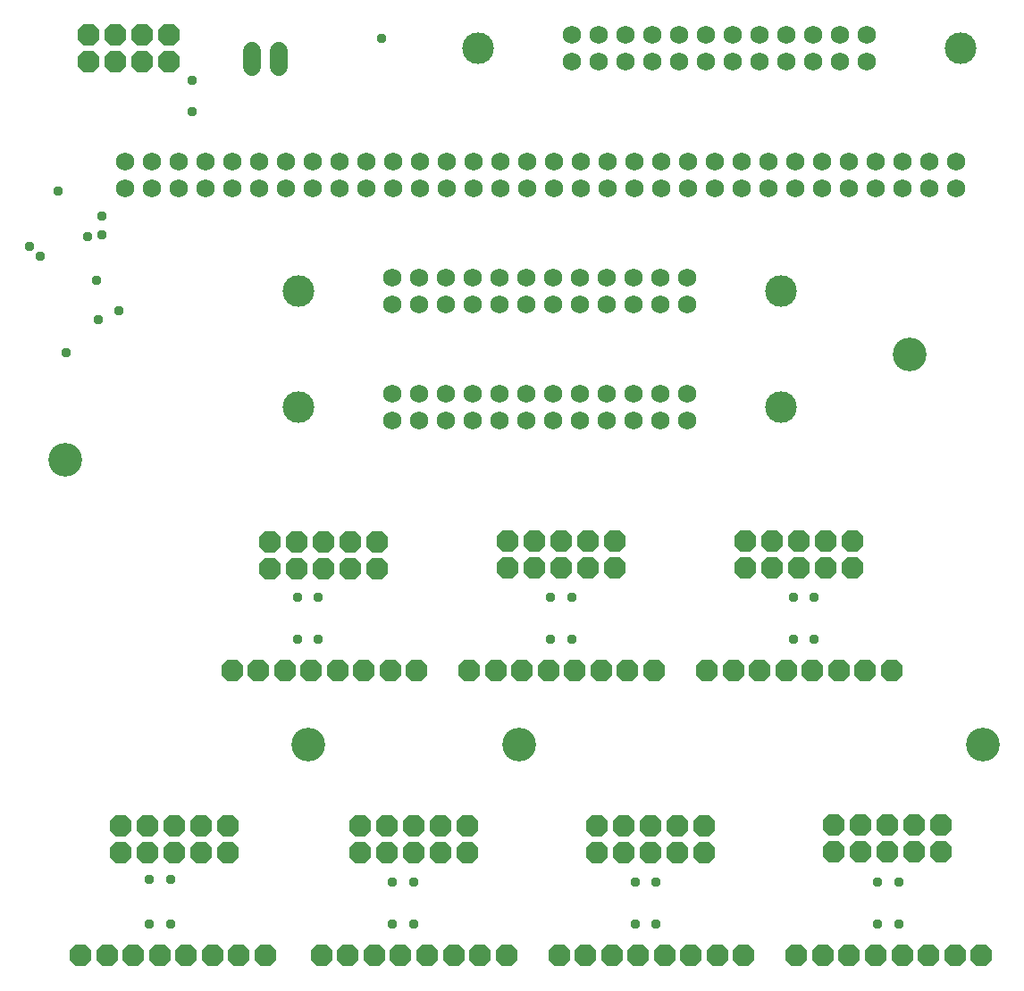
<source format=gbr>
G04 EAGLE Gerber RS-274X export*
G75*
%MOMM*%
%FSLAX34Y34*%
%LPD*%
%AMOC8*
5,1,8,0,0,1.08239X$1,22.5*%
G01*
%ADD10C,3.203200*%
%ADD11P,2.254402X8X22.500000*%
%ADD12P,2.254402X8X202.500000*%
%ADD13C,1.733200*%
%ADD14C,2.997200*%
%ADD15C,1.727200*%
%ADD16C,0.959600*%


D10*
X280000Y280000D03*
X480000Y280000D03*
X50000Y550000D03*
X920000Y280000D03*
X850000Y650000D03*
D11*
X139500Y80000D03*
X114500Y80000D03*
X89500Y80000D03*
X64500Y80000D03*
X164500Y80000D03*
X189500Y80000D03*
X214500Y80000D03*
X239500Y80000D03*
X368000Y80000D03*
X343000Y80000D03*
X318000Y80000D03*
X293000Y80000D03*
X393000Y80000D03*
X418000Y80000D03*
X443000Y80000D03*
X468000Y80000D03*
X593000Y80000D03*
X568000Y80000D03*
X543000Y80000D03*
X518000Y80000D03*
X618000Y80000D03*
X643000Y80000D03*
X668000Y80000D03*
X693000Y80000D03*
X508000Y350000D03*
X483000Y350000D03*
X458000Y350000D03*
X433000Y350000D03*
X533000Y350000D03*
X558000Y350000D03*
X583000Y350000D03*
X608000Y350000D03*
X283000Y350000D03*
X258000Y350000D03*
X233000Y350000D03*
X208000Y350000D03*
X308000Y350000D03*
X333000Y350000D03*
X358000Y350000D03*
X383000Y350000D03*
X818000Y80000D03*
X793000Y80000D03*
X768000Y80000D03*
X743000Y80000D03*
X843000Y80000D03*
X868000Y80000D03*
X893000Y80000D03*
X918000Y80000D03*
X733000Y350000D03*
X708000Y350000D03*
X683000Y350000D03*
X658000Y350000D03*
X758000Y350000D03*
X783000Y350000D03*
X808000Y350000D03*
X833000Y350000D03*
D12*
X204000Y202700D03*
X204000Y177300D03*
X178600Y202700D03*
X178600Y177300D03*
X153200Y202700D03*
X153200Y177300D03*
X127800Y202700D03*
X127800Y177300D03*
X102400Y202700D03*
X102400Y177300D03*
X431260Y202700D03*
X431260Y177300D03*
X405860Y202700D03*
X405860Y177300D03*
X380460Y202700D03*
X380460Y177300D03*
X355060Y202700D03*
X355060Y177300D03*
X329660Y202700D03*
X329660Y177300D03*
X655800Y202700D03*
X655800Y177300D03*
X630400Y202700D03*
X630400Y177300D03*
X605000Y202700D03*
X605000Y177300D03*
X579600Y202700D03*
X579600Y177300D03*
X554200Y202700D03*
X554200Y177300D03*
X880100Y204160D03*
X880100Y178760D03*
X854700Y204160D03*
X854700Y178760D03*
X829300Y204160D03*
X829300Y178760D03*
X803900Y204160D03*
X803900Y178760D03*
X778500Y204160D03*
X778500Y178760D03*
X345440Y472280D03*
X345440Y446880D03*
X320040Y472280D03*
X320040Y446880D03*
X294640Y472280D03*
X294640Y446880D03*
X269240Y472280D03*
X269240Y446880D03*
X243840Y472280D03*
X243840Y446880D03*
X570800Y472700D03*
X570800Y447300D03*
X545400Y472700D03*
X545400Y447300D03*
X520000Y472700D03*
X520000Y447300D03*
X494600Y472700D03*
X494600Y447300D03*
X469200Y472700D03*
X469200Y447300D03*
X795800Y472700D03*
X795800Y447300D03*
X770400Y472700D03*
X770400Y447300D03*
X745000Y472700D03*
X745000Y447300D03*
X719600Y472700D03*
X719600Y447300D03*
X694200Y472700D03*
X694200Y447300D03*
D13*
X360300Y697300D03*
X360300Y722700D03*
X385700Y697300D03*
X385700Y722700D03*
X411100Y697300D03*
X411100Y722700D03*
X436500Y697300D03*
X436500Y722700D03*
X461900Y697300D03*
X461900Y722700D03*
X487300Y697300D03*
X487300Y722700D03*
X512700Y697300D03*
X512700Y722700D03*
X538100Y697300D03*
X538100Y722700D03*
X563500Y697300D03*
X563500Y722700D03*
X588900Y697300D03*
X588900Y722700D03*
X614300Y697300D03*
X614300Y722700D03*
X639700Y697300D03*
X639700Y722700D03*
D14*
X271400Y710000D03*
X728600Y710000D03*
D13*
X360300Y587300D03*
X360300Y612700D03*
X385700Y587300D03*
X385700Y612700D03*
X411100Y587300D03*
X411100Y612700D03*
X436500Y587300D03*
X436500Y612700D03*
X461900Y587300D03*
X461900Y612700D03*
X487300Y587300D03*
X487300Y612700D03*
X512700Y587300D03*
X512700Y612700D03*
X538100Y587300D03*
X538100Y612700D03*
X563500Y587300D03*
X563500Y612700D03*
X588900Y587300D03*
X588900Y612700D03*
X614300Y587300D03*
X614300Y612700D03*
X639700Y587300D03*
X639700Y612700D03*
D14*
X271400Y600000D03*
X728600Y600000D03*
D13*
X106680Y807560D03*
X106680Y832960D03*
X132080Y807560D03*
X132080Y832960D03*
X157480Y807560D03*
X157480Y832960D03*
X182880Y807560D03*
X182880Y832960D03*
X208280Y807560D03*
X208280Y832960D03*
X233680Y807560D03*
X233680Y832960D03*
X259080Y807560D03*
X259080Y832960D03*
X284480Y807560D03*
X284480Y832960D03*
X309880Y807560D03*
X309880Y832960D03*
X335280Y807560D03*
X335280Y832960D03*
X360680Y807560D03*
X360680Y832960D03*
X386080Y807560D03*
X386080Y832960D03*
X411480Y807560D03*
X411480Y832960D03*
X436880Y807560D03*
X436880Y832960D03*
X462280Y807560D03*
X462280Y832960D03*
X487680Y807560D03*
X487680Y832960D03*
X513080Y807560D03*
X513080Y832960D03*
X538480Y807560D03*
X538480Y832960D03*
X563880Y807560D03*
X563880Y832960D03*
X589280Y807560D03*
X589280Y832960D03*
X614680Y807560D03*
X614680Y832960D03*
X640080Y807560D03*
X640080Y832960D03*
X665480Y807560D03*
X665480Y832960D03*
X690880Y807560D03*
X690880Y832960D03*
X716280Y807560D03*
X716280Y832960D03*
X741680Y807560D03*
X741680Y832960D03*
X767080Y807560D03*
X767080Y832960D03*
X792480Y807560D03*
X792480Y832960D03*
X817880Y807560D03*
X817880Y832960D03*
X843280Y807560D03*
X843280Y832960D03*
X868680Y807560D03*
X868680Y832960D03*
X894080Y807560D03*
X894080Y832960D03*
D15*
X227300Y922380D02*
X227300Y937620D01*
X252700Y937620D02*
X252700Y922380D01*
D13*
X530300Y927300D03*
X530300Y952700D03*
X555700Y927300D03*
X555700Y952700D03*
X581100Y927300D03*
X581100Y952700D03*
X606500Y927300D03*
X606500Y952700D03*
X631900Y927300D03*
X631900Y952700D03*
X657300Y927300D03*
X657300Y952700D03*
X682700Y927300D03*
X682700Y952700D03*
X708100Y927300D03*
X708100Y952700D03*
X733500Y927300D03*
X733500Y952700D03*
X758900Y927300D03*
X758900Y952700D03*
X784300Y927300D03*
X784300Y952700D03*
X809700Y927300D03*
X809700Y952700D03*
D14*
X441400Y940000D03*
X898600Y940000D03*
D12*
X148100Y952700D03*
X148100Y927300D03*
X122700Y952700D03*
X122700Y927300D03*
X97300Y952700D03*
X97300Y927300D03*
X71900Y952700D03*
X71900Y927300D03*
D16*
X149860Y152400D03*
X150000Y110000D03*
X380000Y150000D03*
X380000Y110000D03*
X610000Y150000D03*
X610000Y110000D03*
X840000Y150000D03*
X840000Y110000D03*
X530000Y420000D03*
X530000Y380000D03*
X760000Y420000D03*
X760000Y380000D03*
X100960Y691680D03*
X290000Y380000D03*
X290000Y420000D03*
X81280Y683260D03*
X350000Y950000D03*
X130000Y110000D03*
X129540Y152400D03*
X360000Y150000D03*
X360000Y110000D03*
X590000Y150000D03*
X590000Y110000D03*
X820000Y150000D03*
X820000Y110000D03*
X510000Y420000D03*
X510000Y380000D03*
X740000Y420000D03*
X740000Y380000D03*
X50960Y651680D03*
X70960Y761680D03*
X270000Y420000D03*
X270000Y380000D03*
X84780Y763680D03*
X84780Y781460D03*
X170000Y880000D03*
X170000Y910000D03*
X79700Y720180D03*
X43180Y804700D03*
X26360Y743040D03*
X16200Y752500D03*
M02*

</source>
